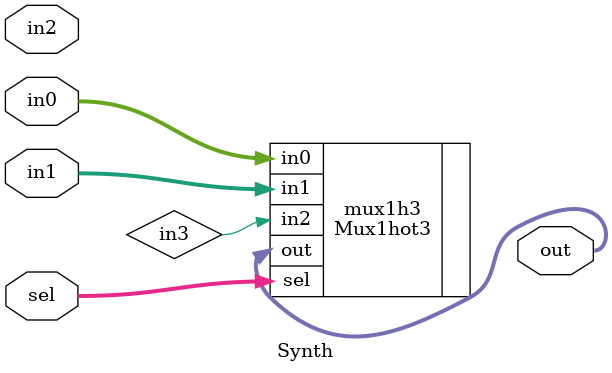
<source format=v>
/**@file
 * @brief     Top Synthesis module for Mux1hot
 * @author    Igor Lesik
 * @copyright Igor Lesik 2015
 *
 */

module Synth #(parameter W=8)
(
  input [W-1:0] in0,
  input [W-1:0] in1,
  input [W-1:0] in2,
  input [3-1:0] sel,
  output [W-1:0] out
);

  Mux1hot3 #(.WIDTH(W)) mux1h3(.in0(in0), .in1(in1), .in2(in3), .sel(sel), .out(out));

endmodule: Synth

</source>
